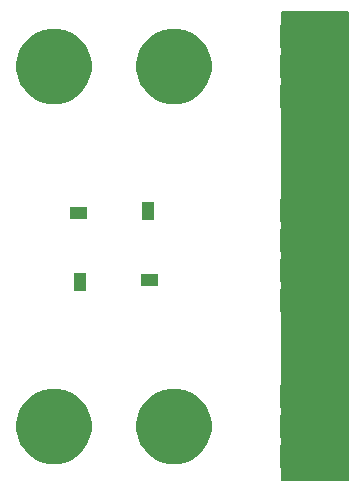
<source format=gbr>
G04 #@! TF.GenerationSoftware,KiCad,Pcbnew,(6.0.0-rc1-dev-1606-g4cd41e394)*
G04 #@! TF.CreationDate,2019-02-20T22:55:41+01:00*
G04 #@! TF.ProjectId,AIRDOSC01A_PCB01A,41495244-4f53-4433-9031-415f50434230,rev?*
G04 #@! TF.SameCoordinates,Original*
G04 #@! TF.FileFunction,Soldermask,Top*
G04 #@! TF.FilePolarity,Negative*
%FSLAX46Y46*%
G04 Gerber Fmt 4.6, Leading zero omitted, Abs format (unit mm)*
G04 Created by KiCad (PCBNEW (6.0.0-rc1-dev-1606-g4cd41e394)) date 20.02.2019 22:55:41*
%MOMM*%
%LPD*%
G04 APERTURE LIST*
%ADD10C,0.150000*%
%ADD11C,1.300000*%
G04 APERTURE END LIST*
D10*
G36*
X29972000Y508000D02*
G01*
X24384000Y508000D01*
X24384000Y40132000D01*
X29972000Y40132000D01*
X29972000Y508000D01*
G37*
X29972000Y508000D02*
X24384000Y508000D01*
X24384000Y40132000D01*
X29972000Y40132000D01*
X29972000Y508000D01*
D11*
G36*
X28648000Y1578000D02*
G01*
X26724000Y1578000D01*
X26724000Y3502000D01*
X28648000Y3502000D01*
X28648000Y1578000D01*
X28648000Y1578000D01*
G37*
G36*
X26108000Y1578000D02*
G01*
X24184000Y1578000D01*
X24184000Y3502000D01*
X26108000Y3502000D01*
X26108000Y1578000D01*
X26108000Y1578000D01*
G37*
G36*
X6013404Y8157026D02*
G01*
X6595767Y7915804D01*
X6595768Y7915803D01*
X7119881Y7565602D01*
X7565602Y7119881D01*
X7799599Y6769679D01*
X7915804Y6595767D01*
X8157026Y6013404D01*
X8280000Y5395174D01*
X8280000Y4764826D01*
X8157026Y4146596D01*
X7915804Y3564233D01*
X7915803Y3564232D01*
X7565602Y3040119D01*
X7119881Y2594398D01*
X6769679Y2360401D01*
X6595767Y2244196D01*
X6013404Y2002974D01*
X5395174Y1880000D01*
X4764826Y1880000D01*
X4146596Y2002974D01*
X3564233Y2244196D01*
X3390321Y2360401D01*
X3040119Y2594398D01*
X2594398Y3040119D01*
X2244197Y3564232D01*
X2244196Y3564233D01*
X2002974Y4146596D01*
X1880000Y4764826D01*
X1880000Y5395174D01*
X2002974Y6013404D01*
X2244196Y6595767D01*
X2360401Y6769679D01*
X2594398Y7119881D01*
X3040119Y7565602D01*
X3564232Y7915803D01*
X3564233Y7915804D01*
X4146596Y8157026D01*
X4764826Y8280000D01*
X5395174Y8280000D01*
X6013404Y8157026D01*
X6013404Y8157026D01*
G37*
G36*
X16173404Y8157026D02*
G01*
X16755767Y7915804D01*
X16755768Y7915803D01*
X17279881Y7565602D01*
X17725602Y7119881D01*
X17959599Y6769679D01*
X18075804Y6595767D01*
X18317026Y6013404D01*
X18440000Y5395174D01*
X18440000Y4764826D01*
X18317026Y4146596D01*
X18075804Y3564233D01*
X18075803Y3564232D01*
X17725602Y3040119D01*
X17279881Y2594398D01*
X16929679Y2360401D01*
X16755767Y2244196D01*
X16173404Y2002974D01*
X15555174Y1880000D01*
X14924826Y1880000D01*
X14306596Y2002974D01*
X13724233Y2244196D01*
X13550321Y2360401D01*
X13200119Y2594398D01*
X12754398Y3040119D01*
X12404197Y3564232D01*
X12404196Y3564233D01*
X12162974Y4146596D01*
X12040000Y4764826D01*
X12040000Y5395174D01*
X12162974Y6013404D01*
X12404196Y6595767D01*
X12520401Y6769679D01*
X12754398Y7119881D01*
X13200119Y7565602D01*
X13724232Y7915803D01*
X13724233Y7915804D01*
X14306596Y8157026D01*
X14924826Y8280000D01*
X15555174Y8280000D01*
X16173404Y8157026D01*
X16173404Y8157026D01*
G37*
G36*
X28648000Y4118000D02*
G01*
X26724000Y4118000D01*
X26724000Y6042000D01*
X28648000Y6042000D01*
X28648000Y4118000D01*
X28648000Y4118000D01*
G37*
G36*
X26108000Y4118000D02*
G01*
X24184000Y4118000D01*
X24184000Y6042000D01*
X26108000Y6042000D01*
X26108000Y4118000D01*
X26108000Y4118000D01*
G37*
G36*
X26108000Y6658000D02*
G01*
X24184000Y6658000D01*
X24184000Y8582000D01*
X26108000Y8582000D01*
X26108000Y6658000D01*
X26108000Y6658000D01*
G37*
G36*
X28648000Y6658000D02*
G01*
X26724000Y6658000D01*
X26724000Y8582000D01*
X28648000Y8582000D01*
X28648000Y6658000D01*
X28648000Y6658000D01*
G37*
G36*
X28648000Y14786000D02*
G01*
X26724000Y14786000D01*
X26724000Y16710000D01*
X28648000Y16710000D01*
X28648000Y14786000D01*
X28648000Y14786000D01*
G37*
G36*
X26108000Y14786000D02*
G01*
X24184000Y14786000D01*
X24184000Y16710000D01*
X26108000Y16710000D01*
X26108000Y14786000D01*
X26108000Y14786000D01*
G37*
G36*
X7810000Y16570000D02*
G01*
X6810000Y16570000D01*
X6810000Y18070000D01*
X7810000Y18070000D01*
X7810000Y16570000D01*
X7810000Y16570000D01*
G37*
G36*
X13910000Y16970000D02*
G01*
X12410000Y16970000D01*
X12410000Y17970000D01*
X13910000Y17970000D01*
X13910000Y16970000D01*
X13910000Y16970000D01*
G37*
G36*
X28648000Y17326000D02*
G01*
X26724000Y17326000D01*
X26724000Y19250000D01*
X28648000Y19250000D01*
X28648000Y17326000D01*
X28648000Y17326000D01*
G37*
G36*
X26108000Y17326000D02*
G01*
X24184000Y17326000D01*
X24184000Y19250000D01*
X26108000Y19250000D01*
X26108000Y17326000D01*
X26108000Y17326000D01*
G37*
G36*
X26108000Y19866000D02*
G01*
X24184000Y19866000D01*
X24184000Y21790000D01*
X26108000Y21790000D01*
X26108000Y19866000D01*
X26108000Y19866000D01*
G37*
G36*
X28648000Y19866000D02*
G01*
X26724000Y19866000D01*
X26724000Y21790000D01*
X28648000Y21790000D01*
X28648000Y19866000D01*
X28648000Y19866000D01*
G37*
G36*
X28648000Y22406000D02*
G01*
X26724000Y22406000D01*
X26724000Y24330000D01*
X28648000Y24330000D01*
X28648000Y22406000D01*
X28648000Y22406000D01*
G37*
G36*
X26108000Y22406000D02*
G01*
X24184000Y22406000D01*
X24184000Y24330000D01*
X26108000Y24330000D01*
X26108000Y22406000D01*
X26108000Y22406000D01*
G37*
G36*
X13510000Y22570000D02*
G01*
X12510000Y22570000D01*
X12510000Y24070000D01*
X13510000Y24070000D01*
X13510000Y22570000D01*
X13510000Y22570000D01*
G37*
G36*
X7910000Y22670000D02*
G01*
X6410000Y22670000D01*
X6410000Y23670000D01*
X7910000Y23670000D01*
X7910000Y22670000D01*
X7910000Y22670000D01*
G37*
G36*
X28648000Y32058000D02*
G01*
X26724000Y32058000D01*
X26724000Y33982000D01*
X28648000Y33982000D01*
X28648000Y32058000D01*
X28648000Y32058000D01*
G37*
G36*
X26108000Y32058000D02*
G01*
X24184000Y32058000D01*
X24184000Y33982000D01*
X26108000Y33982000D01*
X26108000Y32058000D01*
X26108000Y32058000D01*
G37*
G36*
X6013404Y38637026D02*
G01*
X6595767Y38395804D01*
X6595768Y38395803D01*
X7119881Y38045602D01*
X7565602Y37599881D01*
X7799599Y37249679D01*
X7915804Y37075767D01*
X8157026Y36493404D01*
X8280000Y35875174D01*
X8280000Y35244826D01*
X8157026Y34626596D01*
X7915804Y34044233D01*
X7915803Y34044232D01*
X7565602Y33520119D01*
X7119881Y33074398D01*
X6769679Y32840401D01*
X6595767Y32724196D01*
X6013404Y32482974D01*
X5395174Y32360000D01*
X4764826Y32360000D01*
X4146596Y32482974D01*
X3564233Y32724196D01*
X3390321Y32840401D01*
X3040119Y33074398D01*
X2594398Y33520119D01*
X2244197Y34044232D01*
X2244196Y34044233D01*
X2002974Y34626596D01*
X1880000Y35244826D01*
X1880000Y35875174D01*
X2002974Y36493404D01*
X2244196Y37075767D01*
X2360401Y37249679D01*
X2594398Y37599881D01*
X3040119Y38045602D01*
X3564232Y38395803D01*
X3564233Y38395804D01*
X4146596Y38637026D01*
X4764826Y38760000D01*
X5395174Y38760000D01*
X6013404Y38637026D01*
X6013404Y38637026D01*
G37*
G36*
X16173404Y38637026D02*
G01*
X16755767Y38395804D01*
X16755768Y38395803D01*
X17279881Y38045602D01*
X17725602Y37599881D01*
X17959599Y37249679D01*
X18075804Y37075767D01*
X18317026Y36493404D01*
X18440000Y35875174D01*
X18440000Y35244826D01*
X18317026Y34626596D01*
X18075804Y34044233D01*
X18075803Y34044232D01*
X17725602Y33520119D01*
X17279881Y33074398D01*
X16929679Y32840401D01*
X16755767Y32724196D01*
X16173404Y32482974D01*
X15555174Y32360000D01*
X14924826Y32360000D01*
X14306596Y32482974D01*
X13724233Y32724196D01*
X13550321Y32840401D01*
X13200119Y33074398D01*
X12754398Y33520119D01*
X12404197Y34044232D01*
X12404196Y34044233D01*
X12162974Y34626596D01*
X12040000Y35244826D01*
X12040000Y35875174D01*
X12162974Y36493404D01*
X12404196Y37075767D01*
X12520401Y37249679D01*
X12754398Y37599881D01*
X13200119Y38045602D01*
X13724232Y38395803D01*
X13724233Y38395804D01*
X14306596Y38637026D01*
X14924826Y38760000D01*
X15555174Y38760000D01*
X16173404Y38637026D01*
X16173404Y38637026D01*
G37*
G36*
X28648000Y34598000D02*
G01*
X26724000Y34598000D01*
X26724000Y36522000D01*
X28648000Y36522000D01*
X28648000Y34598000D01*
X28648000Y34598000D01*
G37*
G36*
X26108000Y34598000D02*
G01*
X24184000Y34598000D01*
X24184000Y36522000D01*
X26108000Y36522000D01*
X26108000Y34598000D01*
X26108000Y34598000D01*
G37*
G36*
X28648000Y37138000D02*
G01*
X26724000Y37138000D01*
X26724000Y39062000D01*
X28648000Y39062000D01*
X28648000Y37138000D01*
X28648000Y37138000D01*
G37*
G36*
X26108000Y37138000D02*
G01*
X24184000Y37138000D01*
X24184000Y39062000D01*
X26108000Y39062000D01*
X26108000Y37138000D01*
X26108000Y37138000D01*
G37*
M02*

</source>
